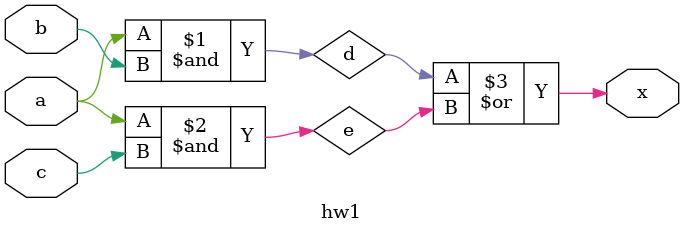
<source format=v>
module hw1(
	input a,b,c,
	output x);

	wire d,e;
	
	and and1(d,a,b);
	and and2(e,a,c);
	or or1(x,d,e);

endmodule

</source>
